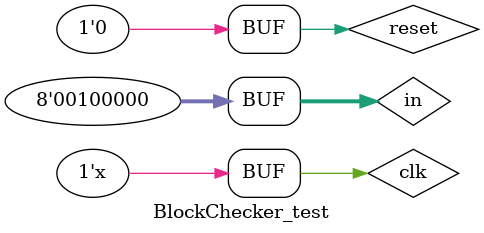
<source format=v>
`timescale 1ns / 1ps


module BlockChecker_test;

	// Inputs
	reg clk;
	reg reset;
	reg [7:0] in;

	// Outputs
	wire result;

	// Instantiate the Unit Under Test (UUT)
	BlockChecker uut (
		.clk(clk), 
		.reset(reset), 
		.in(in), 
		.result(result)
	);

	initial begin
		clk = 0;
		reset = 1;
		in = "a";
		#2;
        reset = 0;
        
        #10; in=" ";
		#10; in="B";
		#10; in="E";
		#10; in="g";
		#10; in="I";
		#10; in="n";
		#10; in=" ";
		#10; in="E";
		#10; in="n";
		#10; in="d";
		#10; in="c";
		#10; in=" ";
		#10; in="e";
		#10; in="n";
		#10; in="d";
		#10; in=" ";
        #10; in="e";
		#10; in="n";
		#10; in="d";
		#10; in=" ";
		#10; in="b";
		#10; in="E";
		#10; in="G";
		#10; in="i";
		#10; in="n";
		#10; in=" ";
        
        reset = 1;
		in = "a";
		#2;
        reset = 0;
        
        #10; in=" ";
		#10; in="B";
		#10; in="E";
		#10; in="g";
		#10; in="I";
		#10; in="n";
		#10; in=" ";
		#10; in="E";
		#10; in="n";
		#10; in="d";
		#10; in="c";
		#10; in=" ";
		#10; in="e";
		#10; in="n";
		#10; in="d";
		#10; in=" ";
        #10; in="e";
		#10; in="n";
		#10; in="d";
		#10; in=" ";
		#10; in="b";
		#10; in="E";
		#10; in="G";
		#10; in="i";
		#10; in="n";
		#10; in=" ";
	end
    
    always #5 begin
        clk = ~clk;
    end
      
endmodule


</source>
